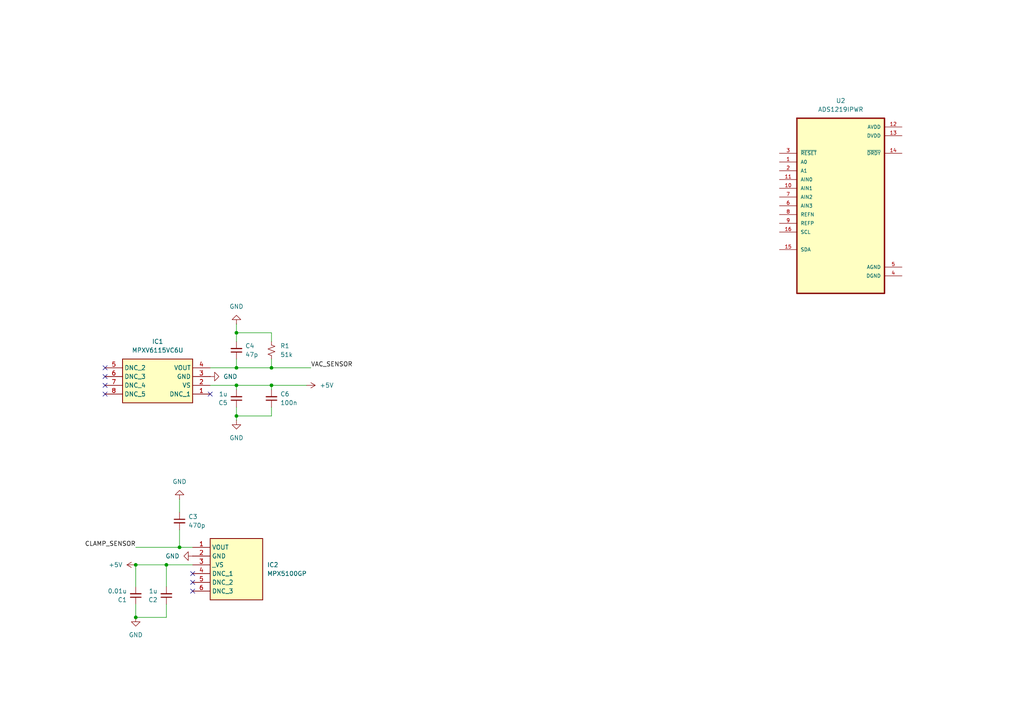
<source format=kicad_sch>
(kicad_sch (version 20231120) (generator "eeschema") (generator_version "8.0")
  (paper "A4")
  (lib_symbols
    (symbol "Device:C_Small" (pin_numbers hide) (pin_names (offset 0.254) hide)
      (property "Reference" "C" (at 0.254 1.778 0))
      (property "Value" "C_Small" (at 0.254 -2.032 0))
      (symbol "C_Small_0_1"
        (polyline (pts (xy -1.524 -0.508) (xy 1.524 -0.508)) (stroke (width 0.3302)))
        (polyline (pts (xy -1.524 0.508) (xy 1.524 0.508)) (stroke (width 0.3048)))
      )
      (symbol "C_Small_1_1"
        (pin passive line (at 0 2.54 270) (length 2.032) (name "~") (number "1"))
        (pin passive line (at 0 -2.54 90) (length 2.032) (name "~") (number "2"))
      )
    )
    (symbol "Device:R_Small_US" (pin_numbers hide) (pin_names (offset 0.254) hide)
      (property "Reference" "R" (at 0.762 0.508 0))
      (property "Value" "R_Small_US" (at 0.762 -1.016 0))
      (symbol "R_Small_US_1_1"
        (polyline (pts (xy 0 0) (xy 1.016 -0.381) (xy 0 -0.762) (xy -1.016 -1.143) (xy 0 -1.524)))
        (polyline (pts (xy 0 1.524) (xy 1.016 1.143) (xy 0 0.762) (xy -1.016 0.381) (xy 0 0)))
        (pin passive line (at 0 2.54 270) (length 1.016) (name "~") (number "1"))
        (pin passive line (at 0 -2.54 90) (length 1.016) (name "~") (number "2"))
      )
    )
    (symbol "Vendor_Symbols:ADS1219IPWR" (pin_names (offset 1.016))
      (property "Reference" "U" (at -12.7 26.4 0))
      (property "Value" "ADS1219IPWR" (at -12.7 -29.4 0))
      (symbol "ADS1219IPWR_0_0"
        (rectangle (start -12.7 -25.4) (end 12.7 25.4) (stroke (width 0.41)) (fill (type background)))
        (pin input line (at -17.78 12.7 0) (length 5.08) (name "A0") (number "1"))
        (pin input line (at -17.78 5.08 0) (length 5.08) (name "AIN1") (number "10"))
        (pin input line (at -17.78 7.62 0) (length 5.08) (name "AIN0") (number "11"))
        (pin power_in line (at 17.78 22.86 180) (length 5.08) (name "AVDD") (number "12"))
        (pin power_in line (at 17.78 20.32 180) (length 5.08) (name "DVDD") (number "13"))
        (pin output line (at 17.78 15.24 180) (length 5.08) (name "~{DRDY}") (number "14"))
        (pin bidirectional line (at -17.78 -12.7 0) (length 5.08) (name "SDA") (number "15"))
        (pin input line (at -17.78 -7.62 0) (length 5.08) (name "SCL") (number "16"))
        (pin input line (at -17.78 10.16 0) (length 5.08) (name "A1") (number "2"))
        (pin input line (at -17.78 15.24 0) (length 5.08) (name "~{RESET}") (number "3"))
        (pin power_in line (at 17.78 -20.32 180) (length 5.08) (name "DGND") (number "4"))
        (pin power_in line (at 17.78 -17.78 180) (length 5.08) (name "AGND") (number "5"))
        (pin input line (at -17.78 0 0) (length 5.08) (name "AIN3") (number "6"))
        (pin input line (at -17.78 2.54 0) (length 5.08) (name "AIN2") (number "7"))
        (pin input line (at -17.78 -2.54 0) (length 5.08) (name "REFN") (number "8"))
        (pin input line (at -17.78 -5.08 0) (length 5.08) (name "REFP") (number "9"))
      )
    )
    (symbol "Vendor_Symbols:MPX5100GP"
      (property "Reference" "IC" (at 21.59 7.62 0))
      (property "Value" "MPX5100GP" (at 21.59 5.08 0))
      (symbol "MPX5100GP_1_1"
        (rectangle (start 5.08 2.54) (end 20.32 -15.24) (stroke (width 0.254)) (fill (type background)))
        (pin passive line (at 0 0 0) (length 5.08) (name "VOUT") (number "1"))
        (pin passive line (at 0 -2.54 0) (length 5.08) (name "GND") (number "2"))
        (pin passive line (at 0 -5.08 0) (length 5.08) (name "_VS") (number "3"))
        (pin passive line (at 0 -7.62 0) (length 5.08) (name "DNC_1") (number "4"))
        (pin passive line (at 0 -10.16 0) (length 5.08) (name "DNC_2") (number "5"))
        (pin passive line (at 0 -12.7 0) (length 5.08) (name "DNC_3") (number "6"))
      )
    )
    (symbol "Vendor_Symbols:MPXV6115VC6U"
      (property "Reference" "IC" (at 26.67 7.62 0))
      (property "Value" "MPXV6115VC6U" (at 26.67 5.08 0))
      (symbol "MPXV6115VC6U_1_1"
        (rectangle (start 5.08 2.54) (end 25.4 -10.16) (stroke (width 0.254)) (fill (type background)))
        (pin passive line (at 30.48 -7.62 180) (length 5.08) (name "DNC_1") (number "1"))
        (pin passive line (at 30.48 -5.08 180) (length 5.08) (name "VS") (number "2"))
        (pin passive line (at 30.48 -2.54 180) (length 5.08) (name "GND") (number "3"))
        (pin passive line (at 30.48 0 180) (length 5.08) (name "VOUT") (number "4"))
        (pin passive line (at 0 0 0) (length 5.08) (name "DNC_2") (number "5"))
        (pin passive line (at 0 -2.54 0) (length 5.08) (name "DNC_3") (number "6"))
        (pin passive line (at 0 -5.08 0) (length 5.08) (name "DNC_4") (number "7"))
        (pin passive line (at 0 -7.62 0) (length 5.08) (name "DNC_5") (number "8"))
      )
    )
    (symbol "power:+5V" (power) (pin_numbers hide) (pin_names (offset 0) hide)
      (property "Value" "+5V" (at 0 3.556 0))
      (symbol "+5V_0_1"
        (polyline (pts (xy -0.762 1.27) (xy 0 2.54)))
        (polyline (pts (xy 0 0) (xy 0 2.54)))
        (polyline (pts (xy 0 2.54) (xy 0.762 1.27)))
      )
      (symbol "+5V_1_1"
        (pin power_in line (at 0 0 90) (length 0) (name "~") (number "1"))
      )
    )
    (symbol "power:GND" (power) (pin_numbers hide) (pin_names (offset 0) hide)
      (property "Value" "GND" (at 0 -3.81 0))
      (symbol "GND_0_1"
        (polyline (pts (xy 0 0) (xy 0 -1.27) (xy 1.27 -1.27) (xy 0 -2.54) (xy -1.27 -1.27) (xy 0 -1.27)))
      )
      (symbol "GND_1_1"
        (pin power_in line (at 0 0 270) (length 0) (name "~") (number "1"))
      )
    )
  )
  (junction (at 68.58 111.76))
  (junction (at 68.58 120.65))
  (junction (at 78.74 106.68))
  (junction (at 39.37 179.07))
  (junction (at 52.07 158.75))
  (junction (at 68.58 96.52))
  (junction (at 68.58 106.68))
  (junction (at 78.74 111.76))
  (junction (at 39.37 163.83))
  (junction (at 48.26 163.83))
  (no_connect (at 30.48 114.3))
  (no_connect (at 30.48 109.22))
  (no_connect (at 55.88 168.91))
  (no_connect (at 55.88 166.37))
  (no_connect (at 60.96 114.3))
  (no_connect (at 30.48 106.68))
  (no_connect (at 55.88 171.45))
  (no_connect (at 30.48 111.76))
  (wire (pts (xy 48.26 163.83) (xy 55.88 163.83)))
  (wire (pts (xy 68.58 118.11) (xy 68.58 120.65)))
  (wire (pts (xy 68.58 96.52) (xy 68.58 93.98)))
  (wire (pts (xy 68.58 111.76) (xy 68.58 113.03)))
  (wire (pts (xy 39.37 158.75) (xy 52.07 158.75)))
  (wire (pts (xy 68.58 99.06) (xy 68.58 96.52)))
  (wire (pts (xy 78.74 111.76) (xy 78.74 113.03)))
  (wire (pts (xy 39.37 170.18) (xy 39.37 163.83)))
  (wire (pts (xy 60.96 106.68) (xy 68.58 106.68)))
  (wire (pts (xy 52.07 144.78) (xy 52.07 148.59)))
  (wire (pts (xy 60.96 111.76) (xy 68.58 111.76)))
  (wire (pts (xy 48.26 175.26) (xy 48.26 179.07)))
  (wire (pts (xy 68.58 106.68) (xy 78.74 106.68)))
  (wire (pts (xy 48.26 179.07) (xy 39.37 179.07)))
  (wire (pts (xy 78.74 106.68) (xy 78.74 104.14)))
  (wire (pts (xy 78.74 99.06) (xy 78.74 96.52)))
  (wire (pts (xy 78.74 118.11) (xy 78.74 120.65)))
  (wire (pts (xy 68.58 120.65) (xy 68.58 121.92)))
  (wire (pts (xy 78.74 111.76) (xy 88.9 111.76)))
  (wire (pts (xy 39.37 163.83) (xy 48.26 163.83)))
  (wire (pts (xy 52.07 158.75) (xy 55.88 158.75)))
  (wire (pts (xy 52.07 153.67) (xy 52.07 158.75)))
  (wire (pts (xy 68.58 106.68) (xy 68.58 104.14)))
  (wire (pts (xy 78.74 106.68) (xy 90.17 106.68)))
  (wire (pts (xy 68.58 111.76) (xy 78.74 111.76)))
  (wire (pts (xy 48.26 163.83) (xy 48.26 170.18)))
  (wire (pts (xy 78.74 120.65) (xy 68.58 120.65)))
  (wire (pts (xy 39.37 179.07) (xy 39.37 175.26)))
  (wire (pts (xy 78.74 96.52) (xy 68.58 96.52)))
  (label "VAC_SENSOR" (at 90.17 106.68 0))
  (label "CLAMP_SENSOR" (at 39.37 158.75 180))
  (symbol (lib_id "Vendor_Symbols:MPX5100GP") (at 55.88 158.75 0) (unit 1)
    (property "Reference" "IC2" (at 77.47 163.8299 0) (effects (justify left)))
    (property "Value" "MPX5100GP" (at 77.47 166.3699 0) (effects (justify left)))
    (property "Footprint" "Vendor_Footprints:MPX5100GP" (effects (hide yes)))
    (property "Datasheet" "https://www.nxp.com/docs/en/data-sheet/MPX5100.pdf" (effects (hide yes)))
    (property "Description" "Board Mount Pressure Sensor 0kPa to 100kPa Gage Automotive 6-Pin Case 867B-04 Tray" (effects (hide yes)))
    (property "Height" "29.34" (effects (hide yes)))
    (property "Manufacturer_Name" "NXP" (effects (hide yes)))
    (property "Manufacturer_Part_Number" "MPX5100GP" (effects (hide yes)))
    (property "Mouser Part Number" "841-MPX5100GP" (effects (hide yes)))
    (property "Mouser Price/Stock" "https://www.mouser.co.uk/ProductDetail/NXP-Semiconductors/MPX5100GP?qs=r8OyiFxb6Rd7mrgJkpJjtg%3D%3D" (effects (hide yes)))
  )
  (symbol (lib_id "power:GND") (at 39.37 179.07 0) (unit 1)
    (property "Reference" "#PWR02" (effects (hide yes)))
    (property "Value" "GND" (at 39.37 184.15 0))
    (property "Description" "Power symbol creates a global label with name \"GND\" , ground" (effects (hide yes)))
  )
  (symbol (lib_id "Vendor_Symbols:MPXV6115VC6U") (at 30.48 106.68 0) (unit 1)
    (property "Reference" "IC1" (at 45.72 99.06 0))
    (property "Value" "MPXV6115VC6U" (at 45.72 101.6 0))
    (property "Footprint" "Vendor_Footprints:MPXV6115VC6U" (effects (hide yes)))
    (property "Datasheet" "http://www.nxp.com/docs/en/data-sheet/MPXV6115V.pdf" (effects (hide yes)))
    (property "Description" "Board Mount Pressure Sensors" (effects (hide yes)))
    (property "Height" "13.21" (effects (hide yes)))
    (property "Manufacturer_Name" "NXP" (effects (hide yes)))
    (property "Manufacturer_Part_Number" "MPXV6115VC6U" (effects (hide yes)))
    (property "Mouser Part Number" "841-MPXV6115VC6U" (effects (hide yes)))
    (property "Mouser Price/Stock" "https://www.mouser.co.uk/ProductDetail/NXP-Semiconductors/MPXV6115VC6U?qs=r8OyiFxb6Rd%252BRWe54AnzQQ%3D%3D" (effects (hide yes)))
    (property "Arrow Part Number" "MPXV6115VC6U" (effects (hide yes)))
    (property "Arrow Price/Stock" "https://www.arrow.com/en/products/mpxv6115vc6u/nxp-semiconductors?utm_currency=USD&region=nac" (effects (hide yes)))
  )
  (symbol (lib_id "power:GND") (at 60.96 109.22 90) (unit 1)
    (property "Reference" "#PWR05" (effects (hide yes)))
    (property "Value" "GND" (at 64.77 109.2199 90) (effects (justify right)))
    (property "Description" "Power symbol creates a global label with name \"GND\" , ground" (effects (hide yes)))
  )
  (symbol (lib_id "Device:C_Small") (at 39.37 172.72 180) (unit 1)
    (property "Reference" "C1" (at 36.83 173.9838 0) (effects (justify left)))
    (property "Value" "0.01u" (at 36.83 171.4438 0) (effects (justify left)))
    (property "Footprint" "Capacitor_SMD:C_0603_1608Metric_Pad1.08x0.95mm_HandSolder" (effects (hide yes)))
    (property "Description" "Unpolarized capacitor, small symbol" (effects (hide yes)))
  )
  (symbol (lib_id "Device:C_Small") (at 52.07 151.13 0) (unit 1)
    (property "Reference" "C3" (at 54.61 149.8662 0) (effects (justify left)))
    (property "Value" "470p" (at 54.61 152.4062 0) (effects (justify left)))
    (property "Footprint" "Capacitor_SMD:C_0603_1608Metric_Pad1.08x0.95mm_HandSolder" (effects (hide yes)))
    (property "Description" "Unpolarized capacitor, small symbol" (effects (hide yes)))
  )
  (symbol (lib_id "power:GND") (at 55.88 161.29 270) (unit 1)
    (property "Reference" "#PWR04" (effects (hide yes)))
    (property "Value" "GND" (at 52.07 161.2899 90) (effects (justify right)))
    (property "Description" "Power symbol creates a global label with name \"GND\" , ground" (effects (hide yes)))
  )
  (symbol (lib_id "power:GND") (at 52.07 144.78 180) (unit 1)
    (property "Reference" "#PWR03" (effects (hide yes)))
    (property "Value" "GND" (at 52.07 139.7 0))
    (property "Description" "Power symbol creates a global label with name \"GND\" , ground" (effects (hide yes)))
  )
  (symbol (lib_id "Device:R_Small_US") (at 78.74 101.6 0) (unit 1)
    (property "Reference" "R1" (at 81.28 100.3299 0) (effects (justify left)))
    (property "Value" "51k" (at 81.28 102.8699 0) (effects (justify left)))
    (property "Footprint" "Resistor_SMD:R_0603_1608Metric_Pad0.98x0.95mm_HandSolder" (effects (hide yes)))
    (property "Description" "Resistor, small US symbol" (effects (hide yes)))
  )
  (symbol (lib_id "Device:C_Small") (at 68.58 101.6 180) (unit 1)
    (property "Reference" "C4" (at 71.12 100.3235 0) (effects (justify right)))
    (property "Value" "47p" (at 71.12 102.8635 0) (effects (justify right)))
    (property "Footprint" "Capacitor_SMD:C_0603_1608Metric_Pad1.08x0.95mm_HandSolder" (effects (hide yes)))
    (property "Description" "Unpolarized capacitor, small symbol" (effects (hide yes)))
  )
  (symbol (lib_id "power:GND") (at 68.58 93.98 180) (unit 1)
    (property "Reference" "#PWR06" (effects (hide yes)))
    (property "Value" "GND" (at 68.58 88.9 0))
    (property "Description" "Power symbol creates a global label with name \"GND\" , ground" (effects (hide yes)))
  )
  (symbol (lib_id "power:+5V") (at 39.37 163.83 90) (unit 1)
    (property "Reference" "#PWR01" (effects (hide yes)))
    (property "Value" "+5V" (at 35.56 163.8299 90) (effects (justify left)))
    (property "Description" "Power symbol creates a global label with name \"+5V\"" (effects (hide yes)))
  )
  (symbol (lib_id "Device:C_Small") (at 68.58 115.57 180) (unit 1)
    (property "Reference" "C5" (at 66.04 116.8338 0) (effects (justify left)))
    (property "Value" "1u" (at 66.04 114.2938 0) (effects (justify left)))
    (property "Footprint" "Capacitor_SMD:C_0603_1608Metric_Pad1.08x0.95mm_HandSolder" (effects (hide yes)))
    (property "Description" "Unpolarized capacitor, small symbol" (effects (hide yes)))
  )
  (symbol (lib_id "power:GND") (at 68.58 121.92 0) (unit 1)
    (property "Reference" "#PWR07" (effects (hide yes)))
    (property "Value" "GND" (at 68.58 127 0))
    (property "Description" "Power symbol creates a global label with name \"GND\" , ground" (effects (hide yes)))
  )
  (symbol (lib_id "Device:C_Small") (at 78.74 115.57 180) (unit 1)
    (property "Reference" "C6" (at 81.28 114.2935 0) (effects (justify right)))
    (property "Value" "100n" (at 81.28 116.8335 0) (effects (justify right)))
    (property "Footprint" "Capacitor_SMD:C_0603_1608Metric_Pad1.08x0.95mm_HandSolder" (effects (hide yes)))
    (property "Description" "Unpolarized capacitor, small symbol" (effects (hide yes)))
  )
  (symbol (lib_id "Device:C_Small") (at 48.26 172.72 180) (unit 1)
    (property "Reference" "C2" (at 45.72 173.9838 0) (effects (justify left)))
    (property "Value" "1u" (at 45.72 171.4438 0) (effects (justify left)))
    (property "Footprint" "Capacitor_SMD:C_0603_1608Metric_Pad1.08x0.95mm_HandSolder" (effects (hide yes)))
    (property "Description" "Unpolarized capacitor, small symbol" (effects (hide yes)))
  )
  (symbol (lib_id "Vendor_Symbols:ADS1219IPWR") (at 243.84 59.69 0) (unit 1)
    (property "Reference" "U2" (at 243.84 29.21 0))
    (property "Value" "ADS1219IPWR" (at 243.84 31.75 0))
    (property "Footprint" "Vendor_Footprints:SOP65P640X120-16N" (effects (hide yes)))
    (property "Datasheet" "https://www.ti.com/general/docs/suppproductinfo.tsp?distId=10&gotoUrl=https%3A%2F%2Fwww.ti.com%2Flit%2Fgpn%2Fads1219" (effects (hide yes)))
  )
  (symbol (lib_id "power:+5V") (at 88.9 111.76 270) (unit 1)
    (property "Reference" "#PWR08" (effects (hide yes)))
    (property "Value" "+5V" (at 92.71 111.7599 90) (effects (justify left)))
    (property "Description" "Power symbol creates a global label with name \"+5V\"" (effects (hide yes)))
  )
)
</source>
